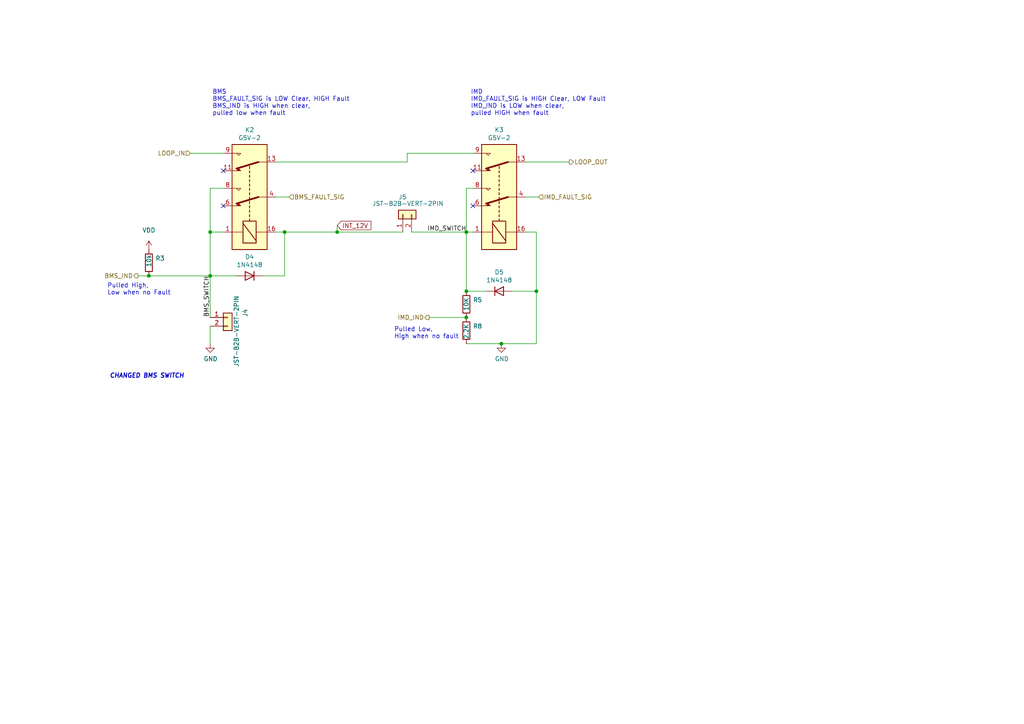
<source format=kicad_sch>
(kicad_sch (version 20211123) (generator eeschema)
  (paper "A4")
  (lib_symbols
    (symbol "Connector_Generic:Conn_01x02" (pin_names (offset 1.016) hide)
      (property "Reference" "J" (at 0 2.54 0))
      (property "Value" "Conn_01x02" (at 0 -5.08 0))
      (symbol "Conn_01x02_1_1"
        (rectangle (start -1.27 -2.413) (end 0 -2.667) (stroke (width 0.1524)))
        (rectangle (start -1.27 0.127) (end 0 -0.127) (stroke (width 0.1524)))
        (rectangle (start -1.27 1.27) (end 1.27 -3.81) (stroke (width 0.254)) (fill (type background)))
        (pin passive line (at -5.08 0 0) (length 3.81) (name "Pin_1") (number "1"))
        (pin passive line (at -5.08 -2.54 0) (length 3.81) (name "Pin_2") (number "2"))
      )
    )
    (symbol "Device:R" (pin_numbers hide) (pin_names (offset 0))
      (property "Reference" "R" (at 2.032 0 90))
      (property "Value" "R" (at 0 0 90))
      (symbol "R_0_1"
        (rectangle (start -1.016 -2.54) (end 1.016 2.54) (stroke (width 0.254)))
      )
      (symbol "R_1_1"
        (pin passive line (at 0 3.81 270) (length 1.27) (name "~") (number "1"))
        (pin passive line (at 0 -3.81 90) (length 1.27) (name "~") (number "2"))
      )
    )
    (symbol "Diode:1N4148" (pin_numbers hide) (pin_names (offset 1.016) hide)
      (property "Reference" "D" (at 0 2.54 0))
      (property "Value" "1N4148" (at 0 -2.54 0))
      (symbol "1N4148_0_1"
        (polyline (pts (xy -1.27 1.27) (xy -1.27 -1.27)) (stroke (width 0.254)))
        (polyline (pts (xy 1.27 0) (xy -1.27 0)))
        (polyline (pts (xy 1.27 1.27) (xy 1.27 -1.27) (xy -1.27 0) (xy 1.27 1.27)) (stroke (width 0.254)))
      )
      (symbol "1N4148_1_1"
        (pin passive line (at -3.81 0 0) (length 2.54) (name "K") (number "1"))
        (pin passive line (at 3.81 0 180) (length 2.54) (name "A") (number "2"))
      )
    )
    (symbol "Relay:G5V-2"
      (property "Reference" "K" (at 16.51 3.81 0))
      (property "Value" "G5V-2" (at 16.51 1.27 0))
      (symbol "G5V-2_0_1"
        (rectangle (start -15.24 5.08) (end 15.24 -5.08) (stroke (width 0.254)) (fill (type background)))
        (rectangle (start -13.335 1.905) (end -6.985 -1.905) (stroke (width 0.254)))
        (polyline (pts (xy -12.7 -1.905) (xy -7.62 1.905)) (stroke (width 0.254)))
        (polyline (pts (xy -10.16 -5.08) (xy -10.16 -1.905)))
        (polyline (pts (xy -10.16 5.08) (xy -10.16 1.905)))
        (polyline (pts (xy -6.985 0) (xy -6.35 0)) (stroke (width 0.254)))
        (polyline (pts (xy -5.715 0) (xy -5.08 0)) (stroke (width 0.254)))
        (polyline (pts (xy -4.445 0) (xy -3.81 0)) (stroke (width 0.254)))
        (polyline (pts (xy -3.175 0) (xy -2.54 0)) (stroke (width 0.254)))
        (polyline (pts (xy -1.905 0) (xy -1.27 0)) (stroke (width 0.254)))
        (polyline (pts (xy -0.635 0) (xy 0 0)) (stroke (width 0.254)))
        (polyline (pts (xy 0 -2.54) (xy -1.905 3.81)) (stroke (width 0.508)))
        (polyline (pts (xy 0 -2.54) (xy 0 -5.08)))
        (polyline (pts (xy 0.635 0) (xy 1.27 0)) (stroke (width 0.254)))
        (polyline (pts (xy 1.905 0) (xy 2.54 0)) (stroke (width 0.254)))
        (polyline (pts (xy 3.175 0) (xy 3.81 0)) (stroke (width 0.254)))
        (polyline (pts (xy 4.445 0) (xy 5.08 0)) (stroke (width 0.254)))
        (polyline (pts (xy 5.715 0) (xy 6.35 0)) (stroke (width 0.254)))
        (polyline (pts (xy 6.985 0) (xy 7.62 0)) (stroke (width 0.254)))
        (polyline (pts (xy 8.255 0) (xy 8.89 0)) (stroke (width 0.254)))
        (polyline (pts (xy 10.16 -2.54) (xy 8.255 3.81)) (stroke (width 0.508)))
        (polyline (pts (xy 10.16 -2.54) (xy 10.16 -5.08)))
        (polyline (pts (xy -2.54 5.08) (xy -2.54 2.54) (xy -1.905 3.175) (xy -2.54 3.81)) (fill (type outline)))
        (polyline (pts (xy 2.54 5.08) (xy 2.54 2.54) (xy 1.905 3.175) (xy 2.54 3.81)))
        (polyline (pts (xy 7.62 5.08) (xy 7.62 2.54) (xy 8.255 3.175) (xy 7.62 3.81)) (fill (type outline)))
        (polyline (pts (xy 12.7 5.08) (xy 12.7 2.54) (xy 12.065 3.175) (xy 12.7 3.81)))
      )
      (symbol "G5V-2_1_1"
        (pin passive line (at -10.16 7.62 270) (length 2.54) (name "~") (number "1"))
        (pin passive line (at 7.62 7.62 270) (length 2.54) (name "~") (number "11"))
        (pin passive line (at 10.16 -7.62 90) (length 2.54) (name "~") (number "13"))
        (pin passive line (at -10.16 -7.62 90) (length 2.54) (name "~") (number "16"))
        (pin passive line (at 0 -7.62 90) (length 2.54) (name "~") (number "4"))
        (pin passive line (at -2.54 7.62 270) (length 2.54) (name "~") (number "6"))
        (pin passive line (at 2.54 7.62 270) (length 2.54) (name "~") (number "8"))
        (pin passive line (at 12.7 7.62 270) (length 2.54) (name "~") (number "9"))
      )
    )
    (symbol "power:GND" (power) (pin_names (offset 0))
      (property "Value" "GND" (at 0 -3.81 0))
      (symbol "GND_0_1"
        (polyline (pts (xy 0 0) (xy 0 -1.27) (xy 1.27 -1.27) (xy 0 -2.54) (xy -1.27 -1.27) (xy 0 -1.27)))
      )
      (symbol "GND_1_1"
        (pin power_in line (at 0 0 270) (length 0) hide (name "GND") (number "1"))
      )
    )
    (symbol "power:VDD" (power) (pin_names (offset 0))
      (property "Value" "VDD" (at 0 3.81 0))
      (symbol "VDD_0_1"
        (polyline (pts (xy -0.762 1.27) (xy 0 2.54)))
        (polyline (pts (xy 0 0) (xy 0 2.54)))
        (polyline (pts (xy 0 2.54) (xy 0.762 1.27)))
      )
      (symbol "VDD_1_1"
        (pin power_in line (at 0 0 90) (length 0) hide (name "VDD") (number "1"))
      )
    )
  )
  (junction (at 135.255 92.075))
  (junction (at 60.96 67.31))
  (junction (at 145.415 99.695))
  (junction (at 135.255 67.31))
  (junction (at 60.96 80.01))
  (junction (at 135.255 84.455))
  (junction (at 155.575 84.455))
  (junction (at 82.55 67.31))
  (junction (at 43.18 80.01))
  (junction (at 97.79 67.31))
  (no_connect (at 64.77 49.53))
  (no_connect (at 64.77 59.69))
  (no_connect (at 137.16 59.69))
  (no_connect (at 137.16 49.53))
  (wire (pts (xy 155.575 84.455) (xy 155.575 67.31)))
  (wire (pts (xy 118.11 46.99) (xy 118.11 44.45)))
  (wire (pts (xy 82.55 67.31) (xy 80.01 67.31)))
  (wire (pts (xy 165.1 46.99) (xy 152.4 46.99)))
  (wire (pts (xy 68.58 80.01) (xy 60.96 80.01)))
  (wire (pts (xy 118.11 44.45) (xy 137.16 44.45)))
  (wire (pts (xy 83.82 57.15) (xy 80.01 57.15)))
  (wire (pts (xy 40.005 80.01) (xy 43.18 80.01)))
  (wire (pts (xy 80.01 46.99) (xy 118.11 46.99)))
  (wire (pts (xy 60.96 67.31) (xy 64.77 67.31)))
  (wire (pts (xy 135.255 99.695) (xy 145.415 99.695)))
  (wire (pts (xy 82.55 80.01) (xy 82.55 67.31)))
  (wire (pts (xy 97.79 65.405) (xy 97.79 67.31)))
  (wire (pts (xy 155.575 67.31) (xy 152.4 67.31)))
  (wire (pts (xy 135.255 54.61) (xy 135.255 67.31)))
  (wire (pts (xy 135.255 84.455) (xy 135.255 67.31)))
  (wire (pts (xy 64.77 54.61) (xy 60.96 54.61)))
  (wire (pts (xy 55.245 44.45) (xy 64.77 44.45)))
  (wire (pts (xy 97.79 67.31) (xy 116.84 67.31)))
  (wire (pts (xy 155.575 84.455) (xy 155.575 99.695)))
  (wire (pts (xy 119.38 67.31) (xy 135.255 67.31)))
  (wire (pts (xy 60.96 99.695) (xy 60.96 94.615)))
  (wire (pts (xy 135.255 67.31) (xy 137.16 67.31)))
  (wire (pts (xy 82.55 67.31) (xy 97.79 67.31)))
  (wire (pts (xy 124.46 92.075) (xy 135.255 92.075)))
  (wire (pts (xy 156.21 57.15) (xy 152.4 57.15)))
  (wire (pts (xy 60.96 80.01) (xy 60.96 67.31)))
  (wire (pts (xy 43.18 80.01) (xy 60.96 80.01)))
  (wire (pts (xy 145.415 99.695) (xy 155.575 99.695)))
  (wire (pts (xy 60.96 54.61) (xy 60.96 67.31)))
  (wire (pts (xy 140.97 84.455) (xy 135.255 84.455)))
  (wire (pts (xy 148.59 84.455) (xy 155.575 84.455)))
  (wire (pts (xy 137.16 54.61) (xy 135.255 54.61)))
  (wire (pts (xy 60.96 80.01) (xy 60.96 92.075)))
  (wire (pts (xy 76.2 80.01) (xy 82.55 80.01)))
  (text "Pulled High, \nLow when no Fault" (at 31.115 85.725 0) (effects (font (size 1.27 1.27)) (justify left bottom)))
  (text "IMD\nIMD_FAULT_SIG is HIGH Clear, LOW Fault\nIMD_IND is LOW when clear, \npulled HIGH when fault" (at 136.525 33.655 0) (effects (font (size 1.27 1.27)) (justify left bottom)))
  (text "Pulled Low, \nHigh when no fault" (at 114.3 98.425 0) (effects (font (size 1.27 1.27)) (justify left bottom)))
  (text "BMS\nBMS_FAULT_SIG is LOW Clear, HIGH Fault\nBMS_IND is HIGH when clear, \npulled low when fault" (at 61.595 33.655 0) (effects (font (size 1.27 1.27)) (justify left bottom)))
  (text "CHANGED BMS SWITCH" (at 31.75 109.855 0) (effects (font (size 1.27 1.27) bold italic) (justify left bottom)))
  (label "BMS_SWITCH" (at 60.96 80.01 270))
  (label "IMD_SWITCH" (at 135.255 67.31 180))
  (global_label "INT_12V" (shape input) (at 97.79 65.405 0) (property "Intersheet References" "${INTERSHEET_REFS}" (effects hide)))
  (hierarchical_label "IMD_FAULT_SIG" (shape input) (at 156.21 57.15 0))
  (hierarchical_label "LOOP_IN" (shape input) (at 55.245 44.45 180))
  (hierarchical_label "LOOP_OUT" (shape output) (at 165.1 46.99 0))
  (hierarchical_label "BMS_FAULT_SIG" (shape input) (at 83.82 57.15 0))
  (hierarchical_label "IMD_IND" (shape output) (at 124.46 92.075 180))
  (hierarchical_label "BMS_IND" (shape output) (at 40.005 80.01 180))
  (symbol (lib_id "Relay:G5V-2") (at 72.39 57.15 90) (unit 1)
    (property "Reference" "K2" (at 72.39 37.6682 90))
    (property "Value" "G5V-2" (at 72.39 39.9796 90))
    (property "Footprint" "Relay_THT:Relay_DPDT_Omron_G5V-2" (effects hide))
    (property "Datasheet" "http://omronfs.omron.com/en_US/ecb/products/pdf/en-g5v_2.pdf" (effects hide))
  )
  (symbol (lib_id "Relay:G5V-2") (at 144.78 57.15 90) (unit 1)
    (property "Reference" "K3" (at 144.78 37.6682 90))
    (property "Value" "G5V-2" (at 144.78 39.9796 90))
    (property "Footprint" "Relay_THT:Relay_DPDT_Omron_G5V-2" (effects hide))
    (property "Datasheet" "http://omronfs.omron.com/en_US/ecb/products/pdf/en-g5v_2.pdf" (effects hide))
  )
  (symbol (lib_id "Connector_Generic:Conn_01x02") (at 116.84 62.23 90) (unit 1)
    (property "Reference" "J5" (at 115.57 57.15 90) (effects (justify right)))
    (property "Value" "JST-B2B-VERT-2PIN" (at 107.95 59.055 90) (effects (justify right)))
    (property "Footprint" "Connector_JST:JST_XH_B2B-XH-AM_1x02_P2.50mm_Vertical" (effects hide))
  )
  (symbol (lib_id "Connector_Generic:Conn_01x02") (at 66.04 92.075 0) (unit 1)
    (property "Reference" "J4" (at 71.12 89.535 90) (effects (justify right)))
    (property "Value" "JST-B2B-VERT-2PIN" (at 68.58 85.725 90) (effects (justify right)))
    (property "Footprint" "Connector_JST:JST_XH_B2B-XH-AM_1x02_P2.50mm_Vertical" (effects hide))
  )
  (symbol (lib_id "Diode:1N4148") (at 144.78 84.455 0) (unit 1)
    (property "Reference" "D5" (at 144.78 78.9432 0))
    (property "Value" "1N4148" (at 144.78 81.2546 0))
    (property "Footprint" "Diode_SMD:D_SOD-123" (effects hide))
    (property "Datasheet" "https://assets.nexperia.com/documents/data-sheet/1N4148_1N4448.pdf" (effects hide))
  )
  (symbol (lib_id "Diode:1N4148") (at 72.39 80.01 180) (unit 1)
    (property "Reference" "D4" (at 72.39 74.4982 0))
    (property "Value" "1N4148" (at 72.39 76.8096 0))
    (property "Footprint" "Diode_SMD:D_SOD-123" (effects hide))
    (property "Datasheet" "https://assets.nexperia.com/documents/data-sheet/1N4148_1N4448.pdf" (effects hide))
  )
  (symbol (lib_id "power:GND") (at 60.96 99.695 0) (unit 1)
    (property "Reference" "#PWR0118" (effects hide))
    (property "Value" "GND" (at 61.087 104.0892 0))
  )
  (symbol (lib_id "power:GND") (at 145.415 99.695 0) (unit 1)
    (property "Reference" "#PWR0119" (effects hide))
    (property "Value" "GND" (at 145.542 104.0892 0))
  )
  (symbol (lib_id "power:VDD") (at 43.18 72.39 0) (unit 1)
    (property "Reference" "#PWR0110" (effects hide))
    (property "Value" "VDD" (at 43.18 66.802 0))
  )
  (symbol (lib_id "Device:R") (at 135.255 95.885 0) (unit 1)
    (property "Reference" "R8" (at 137.16 94.6149 0) (effects (justify left)))
    (property "Value" "2.2K" (at 135.255 98.425 90) (effects (justify left)))
    (property "Footprint" "Resistor_SMD:R_0603_1608Metric_Pad0.98x0.95mm_HandSolder" (effects hide))
  )
  (symbol (lib_id "Device:R") (at 135.255 88.265 0) (unit 1)
    (property "Reference" "R5" (at 137.16 86.9949 0) (effects (justify left)))
    (property "Value" "10K" (at 135.255 90.17 90) (effects (justify left)))
    (property "Footprint" "Resistor_SMD:R_0603_1608Metric_Pad0.98x0.95mm_HandSolder" (effects hide))
  )
  (symbol (lib_id "Device:R") (at 43.18 76.2 0) (unit 1)
    (property "Reference" "R3" (at 45.085 74.9299 0) (effects (justify left)))
    (property "Value" "10k" (at 43.18 77.47 90) (effects (justify left)))
    (property "Footprint" "Resistor_SMD:R_0603_1608Metric_Pad0.98x0.95mm_HandSolder" (effects hide))
  )
)
</source>
